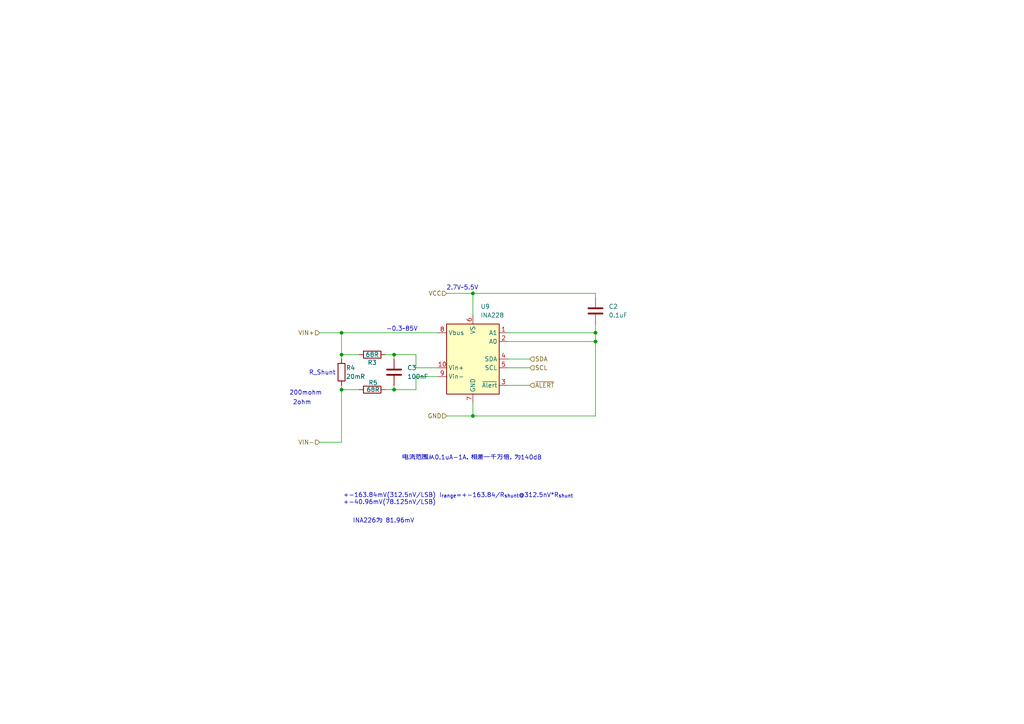
<source format=kicad_sch>
(kicad_sch (version 20231120) (generator "eeschema") (generator_version "8.0")
  (paper "A4")
  (lib_symbols
    (symbol "Device:C" (pin_numbers hide) (pin_names (offset 0.254))
      (property "Reference" "C" (at 0.635 2.54 0))
      (property "Value" "C" (at 0.635 -2.54 0))
      (symbol "C_0_1"
        (polyline (pts (xy -2.032 -0.762) (xy 2.032 -0.762)) (stroke (width 0.508)))
        (polyline (pts (xy -2.032 0.762) (xy 2.032 0.762)) (stroke (width 0.508)))
      )
      (symbol "C_1_1"
        (pin passive line (at 0 3.81 270) (length 2.794) (name "~") (number "1"))
        (pin passive line (at 0 -3.81 90) (length 2.794) (name "~") (number "2"))
      )
    )
    (symbol "Device:R" (pin_numbers hide) (pin_names (offset 0))
      (property "Reference" "R" (at 2.032 0 90))
      (property "Value" "R" (at 0 0 90))
      (symbol "R_0_1"
        (rectangle (start -1.016 -2.54) (end 1.016 2.54) (stroke (width 0.254)))
      )
      (symbol "R_1_1"
        (pin passive line (at 0 3.81 270) (length 1.27) (name "~") (number "1"))
        (pin passive line (at 0 -3.81 90) (length 1.27) (name "~") (number "2"))
      )
    )
    (symbol "Sensor_Energy:INA228"
      (property "Reference" "U" (at -6.35 11.43 0))
      (property "Value" "INA228" (at 3.81 11.43 0))
      (symbol "INA228_0_1"
        (rectangle (start 7.62 10.16) (end -7.62 -10.16) (stroke (width 0.254)) (fill (type background)))
      )
      (symbol "INA228_1_1"
        (pin input line (at 10.16 7.62 180) (length 2.54) (name "A1") (number "1"))
        (pin input line (at -10.16 -2.54 0) (length 2.54) (name "Vin+") (number "10"))
        (pin input line (at 10.16 5.08 180) (length 2.54) (name "A0") (number "2"))
        (pin open_collector line (at 10.16 -7.62 180) (length 2.54) (name "~{Alert}") (number "3"))
        (pin bidirectional line (at 10.16 0 180) (length 2.54) (name "SDA") (number "4"))
        (pin input line (at 10.16 -2.54 180) (length 2.54) (name "SCL") (number "5"))
        (pin power_in line (at 0 12.7 270) (length 2.54) (name "VS") (number "6"))
        (pin power_in line (at 0 -12.7 90) (length 2.54) (name "GND") (number "7"))
        (pin input line (at -10.16 7.62 0) (length 2.54) (name "Vbus") (number "8"))
        (pin input line (at -10.16 -5.08 0) (length 2.54) (name "Vin-") (number "9"))
      )
    )
  )
  (junction (at 114.3 113.03))
  (junction (at 114.3 102.87))
  (junction (at 99.06 102.87))
  (junction (at 172.72 99.06))
  (junction (at 99.06 113.03))
  (junction (at 99.06 96.52))
  (junction (at 137.16 85.09))
  (junction (at 172.72 96.52))
  (junction (at 137.16 120.65))
  (wire (pts (xy 127 106.68) (xy 120.65 106.68)))
  (wire (pts (xy 147.32 104.14) (xy 153.67 104.14)))
  (wire (pts (xy 111.76 102.87) (xy 114.3 102.87)))
  (wire (pts (xy 137.16 85.09) (xy 137.16 91.44)))
  (wire (pts (xy 114.3 102.87) (xy 114.3 104.14)))
  (wire (pts (xy 147.32 96.52) (xy 172.72 96.52)))
  (wire (pts (xy 92.71 96.52) (xy 99.06 96.52)))
  (wire (pts (xy 127 109.22) (xy 120.65 109.22)))
  (wire (pts (xy 147.32 99.06) (xy 172.72 99.06)))
  (wire (pts (xy 99.06 113.03) (xy 99.06 128.27)))
  (wire (pts (xy 111.76 113.03) (xy 114.3 113.03)))
  (wire (pts (xy 120.65 113.03) (xy 114.3 113.03)))
  (wire (pts (xy 172.72 96.52) (xy 172.72 99.06)))
  (wire (pts (xy 172.72 86.36) (xy 172.72 85.09)))
  (wire (pts (xy 172.72 120.65) (xy 137.16 120.65)))
  (wire (pts (xy 137.16 120.65) (xy 137.16 116.84)))
  (wire (pts (xy 99.06 102.87) (xy 99.06 104.14)))
  (wire (pts (xy 114.3 113.03) (xy 114.3 111.76)))
  (wire (pts (xy 120.65 102.87) (xy 114.3 102.87)))
  (wire (pts (xy 172.72 99.06) (xy 172.72 120.65)))
  (wire (pts (xy 147.32 111.76) (xy 153.67 111.76)))
  (wire (pts (xy 147.32 106.68) (xy 153.67 106.68)))
  (wire (pts (xy 99.06 102.87) (xy 104.14 102.87)))
  (wire (pts (xy 127 96.52) (xy 99.06 96.52)))
  (wire (pts (xy 99.06 96.52) (xy 99.06 102.87)))
  (wire (pts (xy 172.72 93.98) (xy 172.72 96.52)))
  (wire (pts (xy 120.65 106.68) (xy 120.65 102.87)))
  (wire (pts (xy 120.65 109.22) (xy 120.65 113.03)))
  (wire (pts (xy 99.06 111.76) (xy 99.06 113.03)))
  (wire (pts (xy 99.06 113.03) (xy 104.14 113.03)))
  (wire (pts (xy 137.16 85.09) (xy 172.72 85.09)))
  (wire (pts (xy 92.71 128.27) (xy 99.06 128.27)))
  (wire (pts (xy 129.54 120.65) (xy 137.16 120.65)))
  (wire (pts (xy 129.54 85.09) (xy 137.16 85.09)))
  (text "电流范围从0.1uA-1A，相差一千万倍，为140dB" (at 136.906 132.842 0) (effects (font (size 1.27 1.27))))
  (text "2.7V~5.5V" (at 134.112 83.566 0) (effects (font (size 1.27 1.27))))
  (text "-0.3~85V" (at 116.586 95.504 0) (effects (font (size 1.27 1.27))))
  (text "+-163.84mV(312.5nV/LSB)\n+-40.96mV(78.125nV/LSB)" (at 112.996 144.7648 0) (effects (font (size 1.27 1.27))))
  (text "2ohm" (at 87.606 116.8204 0) (effects (font (size 1.27 1.27))))
  (text "200mohm" (at 88.646 114.046 0) (effects (font (size 1.27 1.27))))
  (text "INA226为 81.96mV" (at 111.252 151.13 0) (effects (font (size 1.27 1.27))))
  (text "I_{range}=+-163.84/R_{shunt}@312.5nV*R_{shunt}" (at 146.812 143.764 0) (effects (font (size 1.27 1.27))))
  (text "R_Shunt" (at 93.472 108.204 0) (effects (font (size 1.27 1.27))))
  (hierarchical_label "GND" (shape input) (at 129.54 120.65 180))
  (hierarchical_label "VCC" (shape input) (at 129.54 85.09 180))
  (hierarchical_label "VIN-" (shape input) (at 92.71 128.27 180))
  (hierarchical_label "SDA" (shape input) (at 153.67 104.14 0))
  (hierarchical_label "~{ALERT}" (shape input) (at 153.67 111.76 0))
  (hierarchical_label "VIN+" (shape input) (at 92.71 96.52 180))
  (hierarchical_label "SCL" (shape input) (at 153.67 106.68 0))
  (symbol (lib_id "Device:R") (at 107.95 113.03 90) (unit 1)
    (property "Reference" "R5" (at 108.204 110.998 90))
    (property "Value" "68R" (at 108.204 113.03 90))
    (property "Footprint" "Resistor_SMD:R_0402_1005Metric" (effects (hide yes)))
    (property "Description" "Resistor" (effects (hide yes)))
    (instances (project "usbMeter" (path "" (reference "R5") (unit 1))) (project "watchDebugger" (path "" (reference "R24") (unit 1))))
  )
  (symbol (lib_id "Device:R") (at 107.95 102.87 90) (unit 1)
    (property "Reference" "R3" (at 107.95 105.156 90))
    (property "Value" "68R" (at 107.95 102.87 90))
    (property "Footprint" "Resistor_SMD:R_0402_1005Metric" (effects (hide yes)))
    (property "Description" "Resistor" (effects (hide yes)))
    (instances (project "usbMeter" (path "" (reference "R3") (unit 1))) (project "watchDebugger" (path "" (reference "R25") (unit 1))))
  )
  (symbol (lib_id "Device:C") (at 172.72 90.17 0) (unit 1)
    (property "Reference" "C2" (at 176.53 88.8999 0) (effects (justify left)))
    (property "Value" "0.1uF" (at 176.53 91.4399 0) (effects (justify left)))
    (property "Footprint" "Capacitor_SMD:C_0402_1005Metric" (effects (hide yes)))
    (property "Description" "Unpolarized capacitor" (effects (hide yes)))
    (instances (project "usbMeter" (path "" (reference "C2") (unit 1))) (project "" (path "" (reference "C11") (unit 1))))
  )
  (symbol (lib_id "Sensor_Energy:INA228") (at 137.16 104.14 0) (unit 1)
    (property "Reference" "U9" (at 139.3541 88.9 0) (effects (justify left)))
    (property "Value" "INA228" (at 139.3541 91.44 0) (effects (justify left)))
    (property "Footprint" "Package_SO:VSSOP-10_3x3mm_P0.5mm" (effects (hide yes)))
    (property "Datasheet" "https://www.ti.com/lit/ds/symlink/ina228.pdf" (effects (hide yes)))
    (property "Description" "High-Side or Low-Side Measurement, Bi-Directional Current and Power Monitor (0-85V) with I2C, SMBus-, and PMBus-Compatible Interface, VSSOP-10" (effects (hide yes)))
    (instances (project "usbMeter" (path "" (reference "U9") (unit 1))) (project "watchDebugger" (path "" (reference "U7") (unit 1))))
  )
  (symbol (lib_id "Device:R") (at 99.06 107.95 0) (unit 1)
    (property "Reference" "R4" (at 100.33 106.68 0) (effects (justify left)))
    (property "Value" "20mR" (at 100.33 109.22 0) (effects (justify left)))
    (property "Footprint" "Resistor_SMD:R_1206_3216Metric" (effects (hide yes)))
    (property "Description" "Resistor" (effects (hide yes)))
    (instances (project "usbMeter" (path "" (reference "R4") (unit 1))) (project "" (path "" (reference "R23") (unit 1))))
  )
  (symbol (lib_id "Device:C") (at 114.3 107.95 0) (unit 1)
    (property "Reference" "C3" (at 118.11 106.6799 0) (effects (justify left)))
    (property "Value" "100nF" (at 118.11 109.2199 0) (effects (justify left)))
    (property "Footprint" "Capacitor_SMD:C_0402_1005Metric" (effects (hide yes)))
    (property "Description" "Unpolarized capacitor" (effects (hide yes)))
    (instances (project "usbMeter" (path "" (reference "C3") (unit 1))) (project "" (path "" (reference "C12") (unit 1))))
  )
)
</source>
